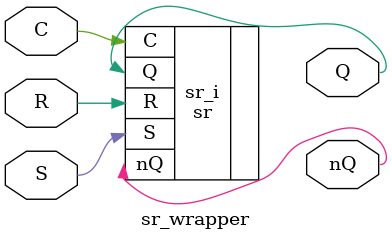
<source format=v>
`timescale 1 ps / 1 ps

module sr_wrapper
   (C,
    Q,
    R,
    S,
    nQ);
  input C;
  output Q;
  input R;
  input S;
  output nQ;

  wire C;
  wire Q;
  wire R;
  wire S;
  wire nQ;

  sr sr_i
       (.C(C),
        .Q(Q),
        .R(R),
        .S(S),
        .nQ(nQ));
endmodule

</source>
